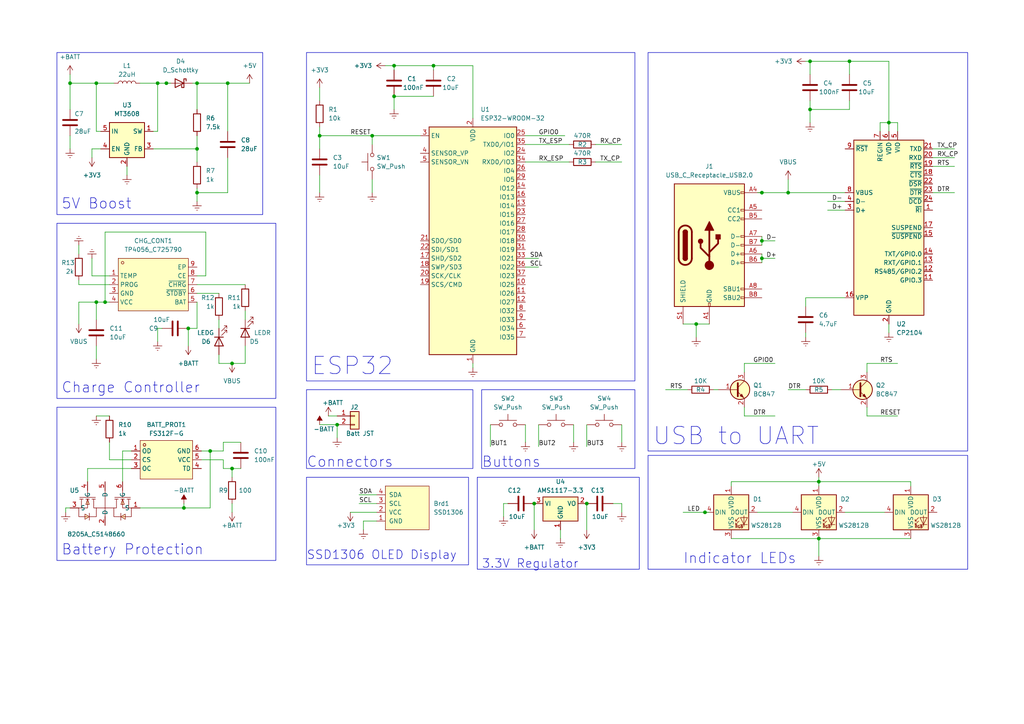
<source format=kicad_sch>
(kicad_sch (version 20230121) (generator eeschema)
  (paper "A4")
  (lib_symbols
    (symbol "Connector:USB_C_Receptacle_USB2.0" (pin_names (offset 1.016))
      (property "Reference" "J" (at -10.16 19.05 0))
      (property "Value" "USB_C_Receptacle_USB2.0" (at 19.05 19.05 0))
      (symbol "USB_C_Receptacle_USB2.0_1_1"
        (pin passive line (at 0 -22.86 90) (length 5.08) (name "GND") (number "A1"))
        (pin passive line (at 0 -22.86 90) (length 5.08) hide (name "GND") (number "A12"))
        (pin passive line (at 15.24 15.24 180) (length 5.08) (name "VBUS") (number "A4"))
        (pin bidirectional line (at 15.24 10.16 180) (length 5.08) (name "CC1") (number "A5"))
        (pin bidirectional line (at 15.24 -2.54 180) (length 5.08) (name "D+") (number "A6"))
        (pin bidirectional line (at 15.24 2.54 180) (length 5.08) (name "D-") (number "A7"))
        (pin bidirectional line (at 15.24 -12.7 180) (length 5.08) (name "SBU1") (number "A8"))
        (pin passive line (at 15.24 15.24 180) (length 5.08) hide (name "VBUS") (number "A9"))
        (pin passive line (at 0 -22.86 90) (length 5.08) hide (name "GND") (number "B1"))
        (pin passive line (at 0 -22.86 90) (length 5.08) hide (name "GND") (number "B12"))
        (pin passive line (at 15.24 15.24 180) (length 5.08) hide (name "VBUS") (number "B4"))
        (pin bidirectional line (at 15.24 7.62 180) (length 5.08) (name "CC2") (number "B5"))
        (pin bidirectional line (at 15.24 -5.08 180) (length 5.08) (name "D+") (number "B6"))
        (pin bidirectional line (at 15.24 0 180) (length 5.08) (name "D-") (number "B7"))
        (pin bidirectional line (at 15.24 -15.24 180) (length 5.08) (name "SBU2") (number "B8"))
        (pin passive line (at 15.24 15.24 180) (length 5.08) hide (name "VBUS") (number "B9"))
        (pin passive line (at -7.62 -22.86 90) (length 5.08) (name "SHIELD") (number "S1"))
      )
    )
    (symbol "Connector_Generic:Conn_01x02" (pin_names (offset 1.016) hide)
      (property "Reference" "J" (at 0 2.54 0))
      (property "Value" "Conn_01x02" (at 0 -5.08 0))
      (symbol "Conn_01x02_1_1"
        (pin passive line (at -5.08 0 0) (length 3.81) (name "Pin_1") (number "1"))
        (pin passive line (at -5.08 -2.54 0) (length 3.81) (name "Pin_2") (number "2"))
      )
    )
    (symbol "Device:C" (pin_numbers hide) (pin_names (offset 0.254))
      (property "Reference" "C" (at 0.635 2.54 0))
      (property "Value" "C" (at 0.635 -2.54 0))
      (symbol "C_1_1"
        (pin passive line (at 0 3.81 270) (length 2.794) (name "~") (number "1"))
        (pin passive line (at 0 -3.81 90) (length 2.794) (name "~") (number "2"))
      )
    )
    (symbol "Device:D_Schottky" (pin_numbers hide) (pin_names (offset 1.016) hide)
      (property "Reference" "D" (at 0 2.54 0))
      (property "Value" "D_Schottky" (at 0 -2.54 0))
      (symbol "D_Schottky_1_1"
        (pin passive line (at -3.81 0 0) (length 2.54) (name "K") (number "1"))
        (pin passive line (at 3.81 0 180) (length 2.54) (name "A") (number "2"))
      )
    )
    (symbol "Device:L" (pin_numbers hide) (pin_names (offset 1.016) hide)
      (property "Reference" "L" (at -1.27 0 90))
      (property "Value" "L" (at 1.905 0 90))
      (symbol "L_1_1"
        (pin passive line (at 0 3.81 270) (length 1.27) (name "1") (number "1"))
        (pin passive line (at 0 -3.81 90) (length 1.27) (name "2") (number "2"))
      )
    )
    (symbol "Device:LED" (pin_numbers hide) (pin_names (offset 1.016) hide)
      (property "Reference" "D" (at 0 2.54 0))
      (property "Value" "LED" (at 0 -2.54 0))
      (symbol "LED_1_1"
        (pin passive line (at -3.81 0 0) (length 2.54) (name "K") (number "1"))
        (pin passive line (at 3.81 0 180) (length 2.54) (name "A") (number "2"))
      )
    )
    (symbol "Device:R" (pin_numbers hide) (pin_names (offset 0))
      (property "Reference" "R" (at 2.032 0 90))
      (property "Value" "R" (at 0 0 90))
      (symbol "R_1_1"
        (pin passive line (at 0 3.81 270) (length 1.27) (name "~") (number "1"))
        (pin passive line (at 0 -3.81 90) (length 1.27) (name "~") (number "2"))
      )
    )
    (symbol "Interface_USB:CP2104"
      (property "Reference" "U" (at -5.08 28.575 0))
      (property "Value" "CP2104" (at -5.08 26.67 0))
      (symbol "CP2104_1_1"
        (pin input line (at 12.7 5.08 180) (length 2.54) (name "~{RI}") (number "1"))
        (pin no_connect line (at 10.16 -20.32 180) (length 2.54) hide (name "NC") (number "10"))
        (pin bidirectional line (at 12.7 -15.24 180) (length 2.54) (name "GPIO.3") (number "11"))
        (pin bidirectional line (at 12.7 -12.7 180) (length 2.54) (name "RS485/GPIO.2") (number "12"))
        (pin bidirectional line (at 12.7 -10.16 180) (length 2.54) (name "RXT/GPIO.1") (number "13"))
        (pin bidirectional line (at 12.7 -7.62 180) (length 2.54) (name "TXT/GPIO.0") (number "14"))
        (pin output line (at 12.7 -2.54 180) (length 2.54) (name "~{SUSPEND}") (number "15"))
        (pin passive line (at -12.7 -20.32 0) (length 2.54) (name "VPP") (number "16"))
        (pin output line (at 12.7 0 180) (length 2.54) (name "SUSPEND") (number "17"))
        (pin input line (at 12.7 15.24 180) (length 2.54) (name "~{CTS}") (number "18"))
        (pin output line (at 12.7 17.78 180) (length 2.54) (name "~{RTS}") (number "19"))
        (pin power_in line (at 0 -27.94 90) (length 2.54) (name "GND") (number "2"))
        (pin input line (at 12.7 20.32 180) (length 2.54) (name "RXD") (number "20"))
        (pin output line (at 12.7 22.86 180) (length 2.54) (name "TXD") (number "21"))
        (pin input line (at 12.7 12.7 180) (length 2.54) (name "~{DSR}") (number "22"))
        (pin output line (at 12.7 10.16 180) (length 2.54) (name "~{DTR}") (number "23"))
        (pin input line (at 12.7 7.62 180) (length 2.54) (name "~{DCD}") (number "24"))
        (pin passive line (at 0 -27.94 90) (length 2.54) hide (name "GND") (number "25"))
        (pin bidirectional line (at -12.7 5.08 0) (length 2.54) (name "D+") (number "3"))
        (pin bidirectional line (at -12.7 7.62 0) (length 2.54) (name "D-") (number "4"))
        (pin power_in line (at 2.54 27.94 270) (length 2.54) (name "VIO") (number "5"))
        (pin power_in line (at 0 27.94 270) (length 2.54) (name "VDD") (number "6"))
        (pin power_in line (at -2.54 27.94 270) (length 2.54) (name "REGIN") (number "7"))
        (pin input line (at -12.7 10.16 0) (length 2.54) (name "VBUS") (number "8"))
        (pin bidirectional line (at -12.7 22.86 0) (length 2.54) (name "~{RST}") (number "9"))
      )
    )
    (symbol "LED:WS2812B" (pin_names (offset 0.254))
      (property "Reference" "D" (at 5.08 5.715 0))
      (property "Value" "WS2812B" (at 1.27 -5.715 0))
      (symbol "WS2812B_0_0"
        (text "RGB" (at 2.286 -4.191 0) (effects (font (size 0.762 0.762))))
      )
      (symbol "WS2812B_1_1"
        (pin power_in line (at 0 7.62 270) (length 2.54) (name "VDD") (number "1"))
        (pin output line (at 7.62 0 180) (length 2.54) (name "DOUT") (number "2"))
        (pin power_in line (at 0 -7.62 90) (length 2.54) (name "VSS") (number "3"))
        (pin input line (at -7.62 0 0) (length 2.54) (name "DIN") (number "4"))
      )
    )
    (symbol "PCM_Transistor_BJT_AKL:BC847" (pin_names hide)
      (property "Reference" "Q" (at 5.08 1.27 0))
      (property "Value" "BC847" (at 5.08 -1.27 0))
      (symbol "BC847_1_1"
        (pin input line (at -5.08 0 0) (length 5.715) (name "B") (number "1"))
        (pin passive line (at 2.54 -5.08 90) (length 2.54) (name "E") (number "2"))
        (pin passive line (at 2.54 5.08 270) (length 2.54) (name "C") (number "3"))
      )
    )
    (symbol "RF_Module:ESP32-WROOM-32"
      (property "Reference" "U" (at -12.7 34.29 0))
      (property "Value" "ESP32-WROOM-32" (at 1.27 34.29 0))
      (symbol "ESP32-WROOM-32_1_1"
        (pin power_in line (at 0 -35.56 90) (length 2.54) (name "GND") (number "1"))
        (pin bidirectional line (at 15.24 -12.7 180) (length 2.54) (name "IO25") (number "10"))
        (pin bidirectional line (at 15.24 -15.24 180) (length 2.54) (name "IO26") (number "11"))
        (pin bidirectional line (at 15.24 -17.78 180) (length 2.54) (name "IO27") (number "12"))
        (pin bidirectional line (at 15.24 10.16 180) (length 2.54) (name "IO14") (number "13"))
        (pin bidirectional line (at 15.24 15.24 180) (length 2.54) (name "IO12") (number "14"))
        (pin passive line (at 0 -35.56 90) (length 2.54) hide (name "GND") (number "15"))
        (pin bidirectional line (at 15.24 12.7 180) (length 2.54) (name "IO13") (number "16"))
        (pin bidirectional line (at -15.24 -5.08 0) (length 2.54) (name "SHD/SD2") (number "17"))
        (pin bidirectional line (at -15.24 -7.62 0) (length 2.54) (name "SWP/SD3") (number "18"))
        (pin bidirectional line (at -15.24 -12.7 0) (length 2.54) (name "SCS/CMD") (number "19"))
        (pin power_in line (at 0 35.56 270) (length 2.54) (name "VDD") (number "2"))
        (pin bidirectional line (at -15.24 -10.16 0) (length 2.54) (name "SCK/CLK") (number "20"))
        (pin bidirectional line (at -15.24 0 0) (length 2.54) (name "SDO/SD0") (number "21"))
        (pin bidirectional line (at -15.24 -2.54 0) (length 2.54) (name "SDI/SD1") (number "22"))
        (pin bidirectional line (at 15.24 7.62 180) (length 2.54) (name "IO15") (number "23"))
        (pin bidirectional line (at 15.24 25.4 180) (length 2.54) (name "IO2") (number "24"))
        (pin bidirectional line (at 15.24 30.48 180) (length 2.54) (name "IO0") (number "25"))
        (pin bidirectional line (at 15.24 20.32 180) (length 2.54) (name "IO4") (number "26"))
        (pin bidirectional line (at 15.24 5.08 180) (length 2.54) (name "IO16") (number "27"))
        (pin bidirectional line (at 15.24 2.54 180) (length 2.54) (name "IO17") (number "28"))
        (pin bidirectional line (at 15.24 17.78 180) (length 2.54) (name "IO5") (number "29"))
        (pin input line (at -15.24 30.48 0) (length 2.54) (name "EN") (number "3"))
        (pin bidirectional line (at 15.24 0 180) (length 2.54) (name "IO18") (number "30"))
        (pin bidirectional line (at 15.24 -2.54 180) (length 2.54) (name "IO19") (number "31"))
        (pin no_connect line (at -12.7 -27.94 0) (length 2.54) hide (name "NC") (number "32"))
        (pin bidirectional line (at 15.24 -5.08 180) (length 2.54) (name "IO21") (number "33"))
        (pin bidirectional line (at 15.24 22.86 180) (length 2.54) (name "RXD0/IO3") (number "34"))
        (pin bidirectional line (at 15.24 27.94 180) (length 2.54) (name "TXD0/IO1") (number "35"))
        (pin bidirectional line (at 15.24 -7.62 180) (length 2.54) (name "IO22") (number "36"))
        (pin bidirectional line (at 15.24 -10.16 180) (length 2.54) (name "IO23") (number "37"))
        (pin passive line (at 0 -35.56 90) (length 2.54) hide (name "GND") (number "38"))
        (pin passive line (at 0 -35.56 90) (length 2.54) hide (name "GND") (number "39"))
        (pin input line (at -15.24 25.4 0) (length 2.54) (name "SENSOR_VP") (number "4"))
        (pin input line (at -15.24 22.86 0) (length 2.54) (name "SENSOR_VN") (number "5"))
        (pin input line (at 15.24 -25.4 180) (length 2.54) (name "IO34") (number "6"))
        (pin input line (at 15.24 -27.94 180) (length 2.54) (name "IO35") (number "7"))
        (pin bidirectional line (at 15.24 -20.32 180) (length 2.54) (name "IO32") (number "8"))
        (pin bidirectional line (at 15.24 -22.86 180) (length 2.54) (name "IO33") (number "9"))
      )
    )
    (symbol "Regulator_Linear:AMS1117-3.3"
      (property "Reference" "U" (at -3.81 3.175 0))
      (property "Value" "AMS1117-3.3" (at 0 3.175 0))
      (symbol "AMS1117-3.3_1_1"
        (pin power_in line (at 0 -7.62 90) (length 2.54) (name "GND") (number "1"))
        (pin power_out line (at 7.62 0 180) (length 2.54) (name "VO") (number "2"))
        (pin power_in line (at -7.62 0 0) (length 2.54) (name "VI") (number "3"))
      )
    )
    (symbol "Regulator_Switching:MT3608"
      (property "Reference" "U" (at -2.54 8.89 0))
      (property "Value" "MT3608" (at -3.81 6.35 0))
      (symbol "MT3608_1_1"
        (pin passive line (at 7.62 2.54 180) (length 2.54) (name "SW") (number "1"))
        (pin power_in line (at 0 -7.62 90) (length 2.54) (name "GND") (number "2"))
        (pin input line (at 7.62 -2.54 180) (length 2.54) (name "FB") (number "3"))
        (pin input line (at -7.62 -2.54 0) (length 2.54) (name "EN") (number "4"))
        (pin power_in line (at -7.62 2.54 0) (length 2.54) (name "IN") (number "5"))
        (pin no_connect line (at 5.08 0 180) (length 2.54) hide (name "NC") (number "6"))
      )
    )
    (symbol "SSD1306-128x64_OLED:SSD1306" (pin_names (offset 1.016))
      (property "Reference" "Brd" (at 0 -3.81 0))
      (property "Value" "SSD1306" (at 0 -1.27 0))
      (symbol "SSD1306_1_1"
        (pin input line (at -3.81 8.89 270) (length 2.54) (name "GND") (number "1"))
        (pin input line (at -1.27 8.89 270) (length 2.54) (name "VCC") (number "2"))
        (pin input line (at 1.27 8.89 270) (length 2.54) (name "SCL") (number "3"))
        (pin input line (at 3.81 8.89 270) (length 2.54) (name "SDA") (number "4"))
      )
    )
    (symbol "Switch:SW_Push" (pin_numbers hide) (pin_names (offset 1.016) hide)
      (property "Reference" "SW" (at 1.27 2.54 0))
      (property "Value" "SW_Push" (at 0 -1.524 0))
      (symbol "SW_Push_0_1"
        (pin passive line (at -5.08 0 0) (length 2.54) (name "1") (number "1"))
        (pin passive line (at 5.08 0 180) (length 2.54) (name "2") (number "2"))
      )
    )
    (symbol "easyeda2kicad:8205A_C5148660"
      (property "Reference" "U" (at 0 12.7 0))
      (property "Value" "8205A_C5148660" (at 0 -10.16 0))
      (symbol "8205A_C5148660_0_1"
        (pin unspecified line (at -10.16 0 0) (length 2.54) (name "S") (number "1"))
        (pin unspecified line (at 0 -5.08 90) (length 2.54) (name "D") (number "2"))
        (pin unspecified line (at 10.16 0 180) (length 2.54) (name "S") (number "3"))
        (pin unspecified line (at 5.08 7.62 270) (length 2.54) (name "G") (number "4"))
        (pin unspecified line (at 0 7.62 270) (length 2.54) (name "D") (number "5"))
        (pin unspecified line (at -5.08 7.62 270) (length 2.54) (name "G") (number "6"))
      )
    )
    (symbol "easyeda2kicad:FS312F-G"
      (property "Reference" "U" (at 0 7.62 0))
      (property "Value" "FS312F-G" (at 0 -7.62 0))
      (symbol "FS312F-G_0_1"
        (pin unspecified line (at -10.16 2.54 0) (length 2.54) (name "OD") (number "1"))
        (pin unspecified line (at -10.16 0 0) (length 2.54) (name "CS") (number "2"))
        (pin unspecified line (at -10.16 -2.54 0) (length 2.54) (name "OC") (number "3"))
        (pin unspecified line (at 10.16 -2.54 180) (length 2.54) (name "TD") (number "4"))
        (pin unspecified line (at 10.16 0 180) (length 2.54) (name "VCC") (number "5"))
        (pin unspecified line (at 10.16 2.54 180) (length 2.54) (name "GND") (number "6"))
      )
    )
    (symbol "easyeda2kicad:TP4056_C725790"
      (property "Reference" "CHG_CONT" (at 0 10.16 0))
      (property "Value" "TP4056_C725790" (at 0 -10.16 0))
      (symbol "TP4056_C725790_0_1"
        (pin unspecified line (at 12.7 5.08 180) (length 2.54) (name "EP") (number "9"))
      )
      (symbol "TP4056_C725790_1_1"
        (pin input line (at -12.7 2.54 0) (length 2.54) (name "TEMP") (number "1"))
        (pin input line (at -12.7 0 0) (length 2.54) (name "PROG") (number "2"))
        (pin passive line (at -12.7 -2.54 0) (length 2.54) (name "GND") (number "3"))
        (pin power_out line (at -12.7 -5.08 0) (length 2.54) (name "VCC") (number "4"))
        (pin power_in line (at 12.7 -5.08 180) (length 2.54) (name "BAT") (number "5"))
        (pin output line (at 12.7 -2.54 180) (length 2.54) (name "~{STDBY}") (number "6"))
        (pin output line (at 12.7 0 180) (length 2.54) (name "~{CHRG}") (number "7"))
        (pin input line (at 12.7 2.54 180) (length 2.54) (name "CE") (number "8"))
      )
    )
    (symbol "power:+3V3" (power) (pin_names (offset 0))
      (property "Value" "+3V3" (at 0 3.556 0))
      (symbol "+3V3_1_1"
        (pin power_in line (at 0 0 90) (length 0) hide (name "+3V3") (number "1"))
      )
    )
    (symbol "power:+5V" (power) (pin_names (offset 0))
      (property "Value" "+5V" (at 0 3.556 0))
      (symbol "+5V_1_1"
        (pin power_in line (at 0 0 90) (length 0) hide (name "+5V") (number "1"))
      )
    )
    (symbol "power:+BATT" (power) (pin_names (offset 0))
      (property "Value" "+BATT" (at 0 3.556 0))
      (symbol "+BATT_1_1"
        (pin power_in line (at 0 0 90) (length 0) hide (name "+BATT") (number "1"))
      )
    )
    (symbol "power:-BATT" (power) (pin_names (offset 0))
      (property "Value" "-BATT" (at 0 3.556 0))
      (symbol "-BATT_1_1"
        (pin power_in line (at 0 0 90) (length 0) hide (name "-BATT") (number "1"))
      )
    )
    (symbol "power:GNDREF" (power) (pin_names (offset 0))
      (property "Value" "GNDREF" (at 0 -3.81 0))
      (symbol "GNDREF_1_1"
        (pin power_in line (at 0 0 270) (length 0) hide (name "GNDREF") (number "1"))
      )
    )
    (symbol "power:VBUS" (power) (pin_names (offset 0))
      (property "Value" "VBUS" (at 0 3.81 0))
      (symbol "VBUS_1_1"
        (pin power_in line (at 0 0 90) (length 0) hide (name "VBUS") (number "1"))
      )
    )
  )
  (junction (at 114.3 19.05))
  (junction (at 257.81 35.56))
  (junction (at 97.79 123.19))
  (junction (at 228.6 55.88))
  (junction (at 114.3 27.94))
  (junction (at 220.98 69.85))
  (junction (at 107.95 39.37))
  (junction (at 154.94 146.05))
  (junction (at 60.96 130.81))
  (junction (at 246.38 17.78))
  (junction (at 67.31 135.89))
  (junction (at 27.94 87.63))
  (junction (at 234.95 31.75))
  (junction (at 45.72 24.13))
  (junction (at 170.18 146.05))
  (junction (at 57.15 24.13))
  (junction (at 27.94 24.13))
  (junction (at 220.98 74.93))
  (junction (at 57.15 43.18))
  (junction (at 67.31 105.41))
  (junction (at 201.93 93.98))
  (junction (at 30.48 87.63))
  (junction (at 66.04 24.13))
  (junction (at 48.26 24.13))
  (junction (at 53.34 147.32))
  (junction (at 57.15 55.88))
  (junction (at 237.49 156.21))
  (junction (at 234.95 17.78))
  (junction (at 125.73 19.05))
  (junction (at 92.71 39.37))
  (junction (at 220.98 55.88))
  (junction (at 204.47 148.59))
  (junction (at 20.32 24.13))
  (junction (at 237.49 139.7))
  (junction (at 54.61 95.25))
  (wire (pts (xy 251.46 107.95) (xy 251.46 105.41)))
  (wire (pts (xy 67.31 146.05) (xy 67.31 148.59)))
  (wire (pts (xy 22.86 71.12) (xy 22.86 73.66)))
  (wire (pts (xy 31.75 80.01) (xy 26.67 80.01)))
  (wire (pts (xy 67.31 135.89) (xy 69.85 135.89)))
  (wire (pts (xy 152.4 41.91) (xy 165.1 41.91)))
  (wire (pts (xy 233.68 86.36) (xy 245.11 86.36)))
  (wire (pts (xy 22.86 87.63) (xy 27.94 87.63)))
  (wire (pts (xy 233.68 88.9) (xy 233.68 86.36)))
  (wire (pts (xy 57.15 55.88) (xy 57.15 58.42)))
  (wire (pts (xy 270.51 45.72) (xy 276.86 45.72)))
  (wire (pts (xy 237.49 138.43) (xy 237.49 139.7)))
  (wire (pts (xy 20.32 24.13) (xy 27.94 24.13)))
  (wire (pts (xy 255.27 35.56) (xy 255.27 38.1)))
  (wire (pts (xy 166.37 123.19) (xy 166.37 128.27)))
  (wire (pts (xy 114.3 19.05) (xy 114.3 20.32)))
  (wire (pts (xy 60.96 147.32) (xy 60.96 130.81)))
  (wire (pts (xy 35.56 139.7) (xy 35.56 130.81)))
  (wire (pts (xy 152.4 123.19) (xy 152.4 128.27)))
  (wire (pts (xy 111.76 19.05) (xy 114.3 19.05)))
  (wire (pts (xy 215.9 105.41) (xy 215.9 107.95)))
  (wire (pts (xy 237.49 139.7) (xy 212.09 139.7)))
  (wire (pts (xy 233.68 17.78) (xy 234.95 17.78)))
  (wire (pts (xy 22.86 93.98) (xy 22.86 87.63)))
  (wire (pts (xy 71.12 90.17) (xy 71.12 92.71)))
  (wire (pts (xy 40.64 147.32) (xy 53.34 147.32)))
  (wire (pts (xy 234.95 29.21) (xy 234.95 31.75)))
  (wire (pts (xy 201.93 93.98) (xy 205.74 93.98)))
  (wire (pts (xy 95.25 120.65) (xy 97.79 120.65)))
  (wire (pts (xy 67.31 105.41) (xy 63.5 105.41)))
  (wire (pts (xy 31.75 82.55) (xy 22.86 82.55)))
  (wire (pts (xy 228.6 55.88) (xy 245.11 55.88)))
  (wire (pts (xy 44.45 38.1) (xy 45.72 38.1)))
  (wire (pts (xy 180.34 146.05) (xy 177.8 146.05)))
  (wire (pts (xy 246.38 31.75) (xy 234.95 31.75)))
  (wire (pts (xy 64.77 133.35) (xy 64.77 135.89)))
  (wire (pts (xy 63.5 92.71) (xy 63.5 95.25)))
  (wire (pts (xy 180.34 148.59) (xy 180.34 146.05)))
  (wire (pts (xy 22.86 82.55) (xy 22.86 81.28)))
  (wire (pts (xy 172.72 46.99) (xy 180.34 46.99)))
  (wire (pts (xy 107.95 39.37) (xy 107.95 41.91)))
  (wire (pts (xy 107.95 52.07) (xy 107.95 55.88)))
  (wire (pts (xy 20.32 39.37) (xy 20.32 43.18)))
  (wire (pts (xy 246.38 21.59) (xy 246.38 17.78)))
  (wire (pts (xy 45.72 24.13) (xy 48.26 24.13)))
  (wire (pts (xy 92.71 39.37) (xy 92.71 43.18)))
  (wire (pts (xy 251.46 105.41) (xy 260.35 105.41)))
  (wire (pts (xy 234.95 17.78) (xy 234.95 21.59)))
  (wire (pts (xy 27.94 120.65) (xy 31.75 120.65)))
  (wire (pts (xy 257.81 35.56) (xy 255.27 35.56)))
  (wire (pts (xy 152.4 77.47) (xy 156.21 77.47)))
  (wire (pts (xy 57.15 80.01) (xy 59.69 80.01)))
  (wire (pts (xy 46.99 95.25) (xy 45.72 95.25)))
  (wire (pts (xy 146.05 149.86) (xy 146.05 146.05)))
  (wire (pts (xy 20.32 147.32) (xy 19.05 147.32)))
  (wire (pts (xy 44.45 43.18) (xy 57.15 43.18)))
  (wire (pts (xy 125.73 19.05) (xy 114.3 19.05)))
  (wire (pts (xy 20.32 21.59) (xy 20.32 24.13)))
  (wire (pts (xy 152.4 74.93) (xy 156.21 74.93)))
  (wire (pts (xy 92.71 50.8) (xy 92.71 55.88)))
  (wire (pts (xy 219.71 55.88) (xy 220.98 55.88)))
  (wire (pts (xy 220.98 73.66) (xy 220.98 74.93)))
  (wire (pts (xy 71.12 100.33) (xy 71.12 105.41)))
  (wire (pts (xy 137.16 105.41) (xy 137.16 106.68)))
  (wire (pts (xy 246.38 29.21) (xy 246.38 31.75)))
  (wire (pts (xy 270.51 55.88) (xy 276.86 55.88)))
  (wire (pts (xy 66.04 38.1) (xy 66.04 24.13)))
  (wire (pts (xy 220.98 55.88) (xy 228.6 55.88)))
  (wire (pts (xy 92.71 123.19) (xy 97.79 123.19)))
  (wire (pts (xy 270.51 43.18) (xy 276.86 43.18)))
  (wire (pts (xy 114.3 27.94) (xy 114.3 31.75)))
  (wire (pts (xy 125.73 20.32) (xy 125.73 19.05)))
  (wire (pts (xy 220.98 68.58) (xy 220.98 69.85)))
  (wire (pts (xy 40.64 24.13) (xy 45.72 24.13)))
  (wire (pts (xy 246.38 17.78) (xy 234.95 17.78)))
  (wire (pts (xy 104.14 146.05) (xy 109.22 146.05)))
  (wire (pts (xy 198.12 93.98) (xy 201.93 93.98)))
  (wire (pts (xy 170.18 146.05) (xy 170.18 153.67)))
  (wire (pts (xy 26.67 43.18) (xy 26.67 45.72)))
  (wire (pts (xy 66.04 24.13) (xy 57.15 24.13)))
  (wire (pts (xy 25.4 135.89) (xy 38.1 135.89)))
  (wire (pts (xy 26.67 80.01) (xy 26.67 74.93)))
  (wire (pts (xy 57.15 82.55) (xy 71.12 82.55)))
  (wire (pts (xy 257.81 35.56) (xy 257.81 38.1)))
  (wire (pts (xy 30.48 87.63) (xy 31.75 87.63)))
  (wire (pts (xy 53.34 147.32) (xy 60.96 147.32)))
  (wire (pts (xy 101.6 148.59) (xy 109.22 148.59)))
  (wire (pts (xy 237.49 156.21) (xy 237.49 161.29)))
  (wire (pts (xy 251.46 118.11) (xy 251.46 120.65)))
  (wire (pts (xy 270.51 48.26) (xy 276.86 48.26)))
  (wire (pts (xy 92.71 25.4) (xy 92.71 29.21)))
  (wire (pts (xy 59.69 80.01) (xy 59.69 67.31)))
  (wire (pts (xy 228.6 52.07) (xy 228.6 55.88)))
  (wire (pts (xy 260.35 35.56) (xy 260.35 38.1)))
  (wire (pts (xy 146.05 146.05) (xy 147.32 146.05)))
  (wire (pts (xy 66.04 24.13) (xy 72.39 24.13)))
  (wire (pts (xy 27.94 24.13) (xy 33.02 24.13)))
  (wire (pts (xy 64.77 135.89) (xy 67.31 135.89)))
  (wire (pts (xy 180.34 123.19) (xy 180.34 128.27)))
  (wire (pts (xy 29.21 38.1) (xy 27.94 38.1)))
  (wire (pts (xy 170.18 123.19) (xy 170.18 129.54)))
  (wire (pts (xy 162.56 153.67) (xy 162.56 156.21)))
  (wire (pts (xy 234.95 31.75) (xy 234.95 35.56)))
  (wire (pts (xy 71.12 105.41) (xy 67.31 105.41)))
  (wire (pts (xy 20.32 31.75) (xy 20.32 24.13)))
  (wire (pts (xy 240.03 60.96) (xy 245.11 60.96)))
  (wire (pts (xy 30.48 67.31) (xy 30.48 87.63)))
  (wire (pts (xy 240.03 58.42) (xy 245.11 58.42)))
  (wire (pts (xy 205.74 148.59) (xy 204.47 148.59)))
  (wire (pts (xy 125.73 27.94) (xy 114.3 27.94)))
  (wire (pts (xy 27.94 100.33) (xy 27.94 104.14)))
  (wire (pts (xy 152.4 39.37) (xy 163.83 39.37)))
  (wire (pts (xy 35.56 130.81) (xy 38.1 130.81)))
  (wire (pts (xy 257.81 17.78) (xy 257.81 35.56)))
  (wire (pts (xy 193.04 113.03) (xy 199.39 113.03)))
  (wire (pts (xy 219.71 148.59) (xy 229.87 148.59)))
  (wire (pts (xy 212.09 156.21) (xy 237.49 156.21)))
  (wire (pts (xy 60.96 130.81) (xy 64.77 130.81)))
  (wire (pts (xy 92.71 39.37) (xy 107.95 39.37)))
  (wire (pts (xy 125.73 19.05) (xy 137.16 19.05)))
  (wire (pts (xy 220.98 69.85) (xy 224.79 69.85)))
  (wire (pts (xy 64.77 128.27) (xy 69.85 128.27)))
  (wire (pts (xy 257.81 35.56) (xy 260.35 35.56)))
  (wire (pts (xy 64.77 130.81) (xy 64.77 128.27)))
  (wire (pts (xy 241.3 113.03) (xy 243.84 113.03)))
  (wire (pts (xy 264.16 139.7) (xy 264.16 140.97)))
  (wire (pts (xy 57.15 95.25) (xy 54.61 95.25)))
  (wire (pts (xy 198.12 148.59) (xy 204.47 148.59)))
  (wire (pts (xy 228.6 113.03) (xy 233.68 113.03)))
  (wire (pts (xy 137.16 19.05) (xy 137.16 34.29)))
  (wire (pts (xy 97.79 123.19) (xy 97.79 127)))
  (wire (pts (xy 54.61 95.25) (xy 54.61 100.33)))
  (wire (pts (xy 45.72 95.25) (xy 45.72 99.06)))
  (wire (pts (xy 53.34 146.05) (xy 53.34 147.32)))
  (wire (pts (xy 212.09 139.7) (xy 212.09 140.97)))
  (wire (pts (xy 59.69 67.31) (xy 30.48 67.31)))
  (wire (pts (xy 264.16 139.7) (xy 237.49 139.7)))
  (wire (pts (xy 105.41 151.13) (xy 105.41 153.67)))
  (wire (pts (xy 251.46 120.65) (xy 260.35 120.65)))
  (wire (pts (xy 152.4 46.99) (xy 165.1 46.99)))
  (wire (pts (xy 63.5 105.41) (xy 63.5 102.87)))
  (wire (pts (xy 207.01 113.03) (xy 208.28 113.03)))
  (wire (pts (xy 29.21 43.18) (xy 26.67 43.18)))
  (wire (pts (xy 66.04 55.88) (xy 57.15 55.88)))
  (wire (pts (xy 67.31 135.89) (xy 67.31 138.43)))
  (wire (pts (xy 156.21 123.19) (xy 156.21 129.54)))
  (wire (pts (xy 27.94 87.63) (xy 27.94 92.71)))
  (wire (pts (xy 55.88 24.13) (xy 57.15 24.13)))
  (wire (pts (xy 246.38 17.78) (xy 257.81 17.78)))
  (wire (pts (xy 215.9 120.65) (xy 224.79 120.65)))
  (wire (pts (xy 215.9 118.11) (xy 215.9 120.65)))
  (wire (pts (xy 220.98 69.85) (xy 220.98 71.12)))
  (wire (pts (xy 220.98 74.93) (xy 224.79 74.93)))
  (wire (pts (xy 27.94 38.1) (xy 27.94 24.13)))
  (wire (pts (xy 245.11 148.59) (xy 256.54 148.59)))
  (wire (pts (xy 172.72 41.91) (xy 180.34 41.91)))
  (wire (pts (xy 57.15 43.18) (xy 57.15 46.99)))
  (wire (pts (xy 36.83 48.26) (xy 36.83 50.8)))
  (wire (pts (xy 237.49 156.21) (xy 264.16 156.21)))
  (wire (pts (xy 25.4 139.7) (xy 25.4 135.89)))
  (wire (pts (xy 92.71 36.83) (xy 92.71 39.37)))
  (wire (pts (xy 57.15 24.13) (xy 57.15 31.75)))
  (wire (pts (xy 19.05 147.32) (xy 19.05 148.59)))
  (wire (pts (xy 233.68 96.52) (xy 233.68 97.79)))
  (wire (pts (xy 27.94 87.63) (xy 30.48 87.63)))
  (wire (pts (xy 38.1 133.35) (xy 31.75 133.35)))
  (wire (pts (xy 109.22 151.13) (xy 105.41 151.13)))
  (wire (pts (xy 57.15 39.37) (xy 57.15 43.18)))
  (wire (pts (xy 237.49 139.7) (xy 237.49 140.97)))
  (wire (pts (xy 224.79 105.41) (xy 215.9 105.41)))
  (wire (pts (xy 66.04 45.72) (xy 66.04 55.88)))
  (wire (pts (xy 45.72 38.1) (xy 45.72 24.13)))
  (wire (pts (xy 107.95 39.37) (xy 121.92 39.37)))
  (wire (pts (xy 57.15 85.09) (xy 63.5 85.09)))
  (wire (pts (xy 104.14 143.51) (xy 109.22 143.51)))
  (wire (pts (xy 220.98 74.93) (xy 220.98 76.2)))
  (wire (pts (xy 57.15 54.61) (xy 57.15 55.88)))
  (wire (pts (xy 57.15 87.63) (xy 57.15 95.25)))
  (wire (pts (xy 58.42 130.81) (xy 60.96 130.81)))
  (wire (pts (xy 201.93 93.98) (xy 201.93 97.79)))
  (wire (pts (xy 142.24 123.19) (xy 142.24 129.54)))
  (wire (pts (xy 58.42 133.35) (xy 64.77 133.35)))
  (wire (pts (xy 257.81 93.98) (xy 257.81 96.52)))
  (wire (pts (xy 154.94 146.05) (xy 154.94 153.67)))
  (wire (pts (xy 48.26 24.13) (xy 49.53 24.13)))
  (wire (pts (xy 31.75 133.35) (xy 31.75 128.27)))
  (rectangle (start 187.96 15.24) (end 280.67 130.81))
  (rectangle (start 139.7 113.03) (end 184.15 135.89))
  (rectangle (start 138.43 138.43) (end 185.42 165.1))
  (rectangle (start 187.96 132.08) (end 280.67 165.1))
  (rectangle (start 88.9 138.43) (end 135.89 163.83))
  (rectangle (start 16.51 15.24) (end 76.2 62.23))
  (rectangle (start 88.9 113.03) (end 137.16 135.89))
  (rectangle (start 16.51 64.77) (end 80.01 115.57))
  (rectangle (start 16.51 118.11) (end 80.01 162.56))
  (rectangle (start 88.9 15.24) (end 184.15 110.49))
  (text "Buttons" (at 139.7 135.89 0) (effects (font (size 3 3)) (justify left bottom)))
  (text "Charge Controller" (at 17.78 114.3 0) (effects (font (size 3 3)) (justify left bottom)))
  (text "USB to UART" (at 189.23 129.54 0) (effects (font (size 5 5)) (justify left bottom)))
  (text "Indicator LEDs" (at 198.12 163.83 0) (effects (font (size 3 3)) (justify left bottom)))
  (text "ESP32" (at 90.17 109.22 0) (effects (font (size 5 5)) (justify left bottom)))
  (text "3.3V Regulator" (at 139.7 165.1 0) (effects (font (size 2.5 2.5)) (justify left bottom)))
  (text "5V Boost" (at 17.78 60.96 0) (effects (font (size 3 3)) (justify left bottom)))
  (text "Battery Protection" (at 17.78 161.29 0) (effects (font (size 3 3)) (justify left bottom)))
  (text "SSD1306 OLED Display\n" (at 88.9 162.56 0) (effects (font (size 2.5 2.5)) (justify left bottom)))
  (text "Connectors" (at 88.9 135.89 0) (effects (font (size 3 3)) (justify left bottom)))
  (label "TX_CP" (at 271.78 43.18 0))
  (label "BUT3" (at 170.18 129.54 0))
  (label "RESET" (at 101.6 39.37 0))
  (label "RTS" (at 271.78 48.26 0))
  (label "D-" (at 222.25 69.85 0))
  (label "D+" (at 241.3 60.96 0))
  (label "TX_CP" (at 173.99 46.99 0))
  (label "BUT1" (at 142.24 129.54 0))
  (label "SDA" (at 104.14 143.51 0))
  (label "SDA" (at 153.67 74.93 0))
  (label "RX_CP" (at 271.78 45.72 0))
  (label "TX_ESP" (at 156.21 41.91 0))
  (label "DTR" (at 271.78 55.88 0))
  (label "SCL" (at 153.67 77.47 0))
  (label "GPIO0" (at 156.21 39.37 0))
  (label "BUT2" (at 156.21 129.54 0))
  (label "GPIO0" (at 218.44 105.41 0))
  (label "LED" (at 199.39 148.59 0))
  (label "D-" (at 241.3 58.42 0))
  (label "SCL" (at 104.14 146.05 0))
  (label "DTR" (at 228.6 113.03 0))
  (label "RX_CP" (at 173.99 41.91 0))
  (label "RX_ESP" (at 156.21 46.99 0))
  (label "D+" (at 222.25 74.93 0))
  (label "RESET" (at 255.27 120.65 0))
  (label "RTS" (at 194.31 113.03 0))
  (label "RTS" (at 255.27 105.41 0))
  (label "DTR" (at 218.44 120.65 0))
  (symbol (lib_id "Switch:SW_Push") (at 107.95 46.99 90) (unit 1)
    (property "Reference" "SW1" (at 109.22 45.72 90) (effects (justify right)))
    (property "Value" "SW_Push" (at 109.22 48.26 90) (effects (justify right)))
    (property "Footprint" "Button_Switch_SMD:SW_SPST_TL3305B" (effects hide))
  )
  (symbol (lib_id "power:+3V3") (at 233.68 17.78 90) (unit 1)
    (property "Reference" "#PWR06" (effects hide))
    (property "Value" "+3V3" (at 229.87 17.78 90) (effects (justify left)))
  )
  (symbol (lib_id "Device:C") (at 66.04 41.91 0) (unit 1)
    (property "Reference" "C8" (at 69.85 40.64 0) (effects (justify left)))
    (property "Value" "28uF" (at 69.85 43.18 0) (effects (justify left)))
    (property "Footprint" "Capacitor_SMD:C_0805_2012Metric" (effects hide))
  )
  (symbol (lib_id "Device:C") (at 27.94 96.52 0) (unit 1)
    (property "Reference" "C11" (at 31.75 95.25 0) (effects (justify left)))
    (property "Value" "10uF" (at 31.75 97.79 0) (effects (justify left)))
    (property "Footprint" "Capacitor_SMD:C_0805_2012Metric" (effects hide))
  )
  (symbol (lib_id "power:GNDREF") (at 57.15 58.42 0) (unit 1)
    (property "Reference" "#PWR017" (effects hide))
    (property "Value" "GNDREF" (effects hide))
  )
  (symbol (lib_id "Switch:SW_Push") (at 161.29 123.19 0) (unit 1)
    (property "Reference" "SW3" (at 161.29 115.57 0))
    (property "Value" "SW_Push" (at 161.29 118.11 0))
    (property "Footprint" "Button_Switch_THT:SW_PUSH-12mm" (effects hide))
  )
  (symbol (lib_id "power:GNDREF") (at 45.72 99.06 0) (unit 1)
    (property "Reference" "#PWR039" (effects hide))
    (property "Value" "GNDREF" (effects hide))
  )
  (symbol (lib_id "Device:C") (at 69.85 132.08 0) (unit 1)
    (property "Reference" "C10" (at 73.66 130.81 0) (effects (justify left)))
    (property "Value" "100nF" (at 73.66 133.35 0) (effects (justify left)))
    (property "Footprint" "Capacitor_SMD:C_0805_2012Metric" (effects hide))
  )
  (symbol (lib_id "LED:WS2812B") (at 264.16 148.59 0) (unit 1)
    (property "Reference" "D3" (at 271.78 144.78 0))
    (property "Value" "WS2812B" (at 274.32 152.4 0))
    (property "Footprint" "LED_SMD:LED_WS2812B_PLCC4_5.0x5.0mm_P3.2mm" (effects hide))
    (property "Datasheet" "https://cdn-shop.adafruit.com/datasheets/WS2812B.pdf" (effects hide))
  )
  (symbol (lib_id "LED:WS2812B") (at 237.49 148.59 0) (unit 1)
    (property "Reference" "D2" (at 245.11 144.78 0))
    (property "Value" "WS2812B" (at 247.65 152.4 0))
    (property "Footprint" "LED_SMD:LED_WS2812B_PLCC4_5.0x5.0mm_P3.2mm" (effects hide))
    (property "Datasheet" "https://cdn-shop.adafruit.com/datasheets/WS2812B.pdf" (effects hide))
  )
  (symbol (lib_id "power:GNDREF") (at 234.95 35.56 0) (unit 1)
    (property "Reference" "#PWR07" (effects hide))
    (property "Value" "GNDREF" (effects hide))
  )
  (symbol (lib_id "easyeda2kicad:TP4056_C725790") (at 44.45 82.55 0) (unit 1)
    (property "Reference" "CHG_CONT1" (at 44.45 69.85 0))
    (property "Value" "TP4056_C725790" (at 44.45 72.39 0))
    (property "Footprint" "easyeda2kicad:ESOP-8_L4.9-W3.9-P1.27-LS6.0-BL-EP" (effects hide))
    (property "Datasheet" "https://lcsc.com/product-detail/PMIC-Battery-Management_UMW-Youtai-Semiconductor-Co-Ltd-TP4056_C725790.html" (effects hide))
    (property "LCSC Part" "C725790" (effects hide))
  )
  (symbol (lib_id "power:+BATT") (at 54.61 100.33 180) (unit 1)
    (property "Reference" "#PWR038" (effects hide))
    (property "Value" "+BATT" (at 54.61 105.41 0))
  )
  (symbol (lib_id "Device:R") (at 237.49 113.03 90) (unit 1)
    (property "Reference" "R5" (at 237.49 113.03 90))
    (property "Value" "10K" (at 237.49 110.49 90))
    (property "Footprint" "PCM_Resistor_SMD_AKL:R_0805_2012Metric" (effects hide))
  )
  (symbol (lib_id "Device:R") (at 57.15 50.8 0) (unit 1)
    (property "Reference" "R7" (at 59.69 49.53 0) (effects (justify left)))
    (property "Value" "1k" (at 59.69 52.07 0) (effects (justify left)))
    (property "Footprint" "PCM_Resistor_SMD_AKL:R_0805_2012Metric" (effects hide))
  )
  (symbol (lib_id "Switch:SW_Push") (at 175.26 123.19 0) (unit 1)
    (property "Reference" "SW4" (at 175.26 115.57 0))
    (property "Value" "SW_Push" (at 175.26 118.11 0))
    (property "Footprint" "Button_Switch_THT:SW_PUSH-12mm" (effects hide))
  )
  (symbol (lib_id "power:+3V3") (at 26.67 45.72 180) (unit 1)
    (property "Reference" "#PWR019" (effects hide))
    (property "Value" "+3V3" (at 26.67 50.8 0))
  )
  (symbol (lib_id "power:GNDREF") (at 107.95 55.88 0) (unit 1)
    (property "Reference" "#PWR03" (effects hide))
    (property "Value" "GNDREF" (effects hide))
  )
  (symbol (lib_id "Regulator_Switching:MT3608") (at 36.83 40.64 0) (unit 1)
    (property "Reference" "U3" (at 36.83 30.48 0))
    (property "Value" "MT3608" (at 36.83 33.02 0))
    (property "Footprint" "Package_TO_SOT_SMD:SOT-23-6" (effects hide))
    (property "Datasheet" "https://www.olimex.com/Products/Breadboarding/BB-PWR-3608/resources/MT3608.pdf" (effects hide))
  )
  (symbol (lib_id "Device:C") (at 20.32 35.56 0) (unit 1)
    (property "Reference" "C7" (at 21.59 33.02 0) (effects (justify left)))
    (property "Value" "28uF" (at 21.59 38.1 0) (effects (justify left)))
    (property "Footprint" "Capacitor_SMD:C_0805_2012Metric" (effects hide))
  )
  (symbol (lib_id "Device:L") (at 36.83 24.13 90) (unit 1)
    (property "Reference" "L1" (at 36.83 19.05 90))
    (property "Value" "22uH" (at 36.83 21.59 90))
    (property "Footprint" "PCM_Resistor_SMD_AKL:R_0805_2012Metric" (effects hide))
  )
  (symbol (lib_id "power:GNDREF") (at 97.79 127 0) (unit 1)
    (property "Reference" "#PWR022" (effects hide))
    (property "Value" "GNDREF" (effects hide))
  )
  (symbol (lib_id "power:GNDREF") (at 27.94 104.14 0) (unit 1)
    (property "Reference" "#PWR035" (effects hide))
    (property "Value" "GNDREF" (effects hide))
  )
  (symbol (lib_id "Device:R") (at 71.12 86.36 0) (mirror y) (unit 1)
    (property "Reference" "R11" (at 69.85 86.36 0) (effects (justify left)))
    (property "Value" "1k" (at 69.85 88.9 0) (effects (justify left)))
    (property "Footprint" "PCM_Resistor_SMD_AKL:R_0805_2012Metric" (effects hide))
  )
  (symbol (lib_id "Device:R") (at 57.15 35.56 0) (unit 1)
    (property "Reference" "R6" (at 59.69 34.29 0) (effects (justify left)))
    (property "Value" "7.5k" (at 59.69 36.83 0) (effects (justify left)))
    (property "Footprint" "PCM_Resistor_SMD_AKL:R_0805_2012Metric" (effects hide))
  )
  (symbol (lib_id "easyeda2kicad:FS312F-G") (at 48.26 133.35 0) (unit 1)
    (property "Reference" "BATT_PROT1" (at 48.26 123.19 0))
    (property "Value" "FS312F-G" (at 48.26 125.73 0))
    (property "Footprint" "easyeda2kicad:SOT-23-6_L2.9-W1.6-P0.95-LS2.8-BR" (effects hide))
    (property "Datasheet" "https://lcsc.com/product-detail/Battery-Protection-ICs_FS312F-G_C82736.html" (effects hide))
    (property "LCSC Part" "C82736" (effects hide))
  )
  (symbol (lib_id "power:+3V3") (at 111.76 19.05 90) (unit 1)
    (property "Reference" "#PWR01" (effects hide))
    (property "Value" "+3V3" (at 107.95 19.05 90) (effects (justify left)))
  )
  (symbol (lib_id "PCM_Transistor_BJT_AKL:BC847") (at 248.92 113.03 0) (unit 1)
    (property "Reference" "Q2" (at 254 111.76 0) (effects (justify left)))
    (property "Value" "BC847" (at 254 114.3 0) (effects (justify left)))
    (property "Footprint" "Package_TO_SOT_SMD:SOT-23" (effects hide))
    (property "Datasheet" "https://assets.nexperia.com/documents/data-sheet/BC847_SER.pdf" (effects hide))
  )
  (symbol (lib_id "power:GNDREF") (at 137.16 106.68 0) (unit 1)
    (property "Reference" "#PWR012" (effects hide))
    (property "Value" "GNDREF" (effects hide))
  )
  (symbol (lib_id "Device:R") (at 31.75 124.46 0) (unit 1)
    (property "Reference" "R10" (at 34.29 123.19 0) (effects (justify left)))
    (property "Value" "1k" (at 34.29 125.73 0) (effects (justify left)))
    (property "Footprint" "PCM_Resistor_SMD_AKL:R_0805_2012Metric" (effects hide))
  )
  (symbol (lib_id "power:+BATT") (at 67.31 148.59 0) (mirror x) (unit 1)
    (property "Reference" "#PWR031" (effects hide))
    (property "Value" "+BATT" (at 67.31 152.4 0))
  )
  (symbol (lib_id "power:GNDREF") (at 27.94 120.65 0) (unit 1)
    (property "Reference" "#PWR029" (effects hide))
    (property "Value" "GNDREF" (effects hide))
  )
  (symbol (lib_id "power:GNDREF") (at 26.67 74.93 180) (unit 1)
    (property "Reference" "#PWR037" (effects hide))
    (property "Value" "GNDREF" (effects hide))
  )
  (symbol (lib_id "Device:R") (at 203.2 113.03 90) (unit 1)
    (property "Reference" "R4" (at 203.2 113.03 90))
    (property "Value" "10K" (at 203.2 110.49 90))
    (property "Footprint" "PCM_Resistor_SMD_AKL:R_0805_2012Metric" (effects hide))
  )
  (symbol (lib_id "Device:C") (at 234.95 25.4 0) (unit 1)
    (property "Reference" "C4" (at 238.76 24.13 0) (effects (justify left)))
    (property "Value" "100nF" (at 237.49 26.67 0) (effects (justify left)))
    (property "Footprint" "Capacitor_SMD:C_0805_2012Metric" (effects hide))
  )
  (symbol (lib_id "power:+BATT") (at 154.94 153.67 180) (unit 1)
    (property "Reference" "#PWR040" (effects hide))
    (property "Value" "+BATT" (at 154.94 158.75 0))
  )
  (symbol (lib_id "Device:R") (at 168.91 46.99 90) (unit 1)
    (property "Reference" "R3" (at 168.91 46.99 90))
    (property "Value" "470R" (at 168.91 44.45 90))
    (property "Footprint" "PCM_Resistor_SMD_AKL:R_0805_2012Metric" (effects hide))
  )
  (symbol (lib_id "Device:C") (at 50.8 95.25 270) (unit 1)
    (property "Reference" "C9" (at 43.18 95.25 90) (effects (justify left)))
    (property "Value" "10uF" (at 44.45 92.71 90) (effects (justify left)))
    (property "Footprint" "Capacitor_SMD:C_0805_2012Metric" (effects hide))
  )
  (symbol (lib_id "power:+3V3") (at 92.71 25.4 0) (unit 1)
    (property "Reference" "#PWR04" (effects hide))
    (property "Value" "+3V3" (at 92.71 20.32 0))
  )
  (symbol (lib_id "Device:R") (at 22.86 77.47 0) (unit 1)
    (property "Reference" "R13" (at 17.78 76.2 0) (effects (justify left)))
    (property "Value" "2k" (at 19.05 78.74 0) (effects (justify left)))
    (property "Footprint" "PCM_Resistor_SMD_AKL:R_0805_2012Metric" (effects hide))
  )
  (symbol (lib_id "power:-BATT") (at 53.34 146.05 0) (unit 1)
    (property "Reference" "#PWR032" (effects hide))
    (property "Value" "-BATT" (at 53.34 142.24 0))
  )
  (symbol (lib_id "power:+3V3") (at 170.18 153.67 180) (unit 1)
    (property "Reference" "#PWR042" (effects hide))
    (property "Value" "+3V3" (at 170.18 158.75 0))
  )
  (symbol (lib_id "Device:C") (at 92.71 46.99 0) (unit 1)
    (property "Reference" "C3" (at 96.52 45.72 0) (effects (justify left)))
    (property "Value" "10uF" (at 96.52 48.26 0) (effects (justify left)))
    (property "Footprint" "Capacitor_SMD:C_0805_2012Metric" (effects hide))
  )
  (symbol (lib_id "Device:D_Schottky") (at 52.07 24.13 0) (mirror y) (unit 1)
    (property "Reference" "D4" (at 52.3875 17.78 0))
    (property "Value" "D_Schottky" (at 52.3875 20.32 0))
    (property "Footprint" "Diode_SMD:D_SOD-523" (effects hide))
  )
  (symbol (lib_id "power:VBUS") (at 228.6 52.07 0) (unit 1)
    (property "Reference" "#PWR010" (effects hide))
    (property "Value" "VBUS" (at 228.6 46.99 0))
  )
  (symbol (lib_id "Device:C") (at 233.68 92.71 0) (unit 1)
    (property "Reference" "C6" (at 237.49 91.44 0) (effects (justify left)))
    (property "Value" "4.7uF" (at 237.49 93.98 0) (effects (justify left)))
    (property "Footprint" "Capacitor_SMD:C_0805_2012Metric" (effects hide))
  )
  (symbol (lib_id "power:GNDREF") (at 201.93 97.79 0) (unit 1)
    (property "Reference" "#PWR011" (effects hide))
    (property "Value" "GNDREF" (effects hide))
  )
  (symbol (lib_id "PCM_Transistor_BJT_AKL:BC847") (at 213.36 113.03 0) (unit 1)
    (property "Reference" "Q1" (at 218.44 111.76 0) (effects (justify left)))
    (property "Value" "BC847" (at 218.44 114.3 0) (effects (justify left)))
    (property "Footprint" "Package_TO_SOT_SMD:SOT-23" (effects hide))
    (property "Datasheet" "https://assets.nexperia.com/documents/data-sheet/BC847_SER.pdf" (effects hide))
  )
  (symbol (lib_id "power:GNDREF") (at 19.05 148.59 0) (mirror y) (unit 1)
    (property "Reference" "#PWR030" (effects hide))
    (property "Value" "GNDREF" (effects hide))
  )
  (symbol (lib_id "power:GNDREF") (at 180.34 148.59 0) (unit 1)
    (property "Reference" "#PWR043" (effects hide))
    (property "Value" "GNDREF" (effects hide))
  )
  (symbol (lib_id "Device:R") (at 168.91 41.91 90) (unit 1)
    (property "Reference" "R2" (at 168.91 41.91 90))
    (property "Value" "470R" (at 168.91 39.37 90))
    (property "Footprint" "PCM_Resistor_SMD_AKL:R_0805_2012Metric" (effects hide))
  )
  (symbol (lib_id "power:+5V") (at 72.39 24.13 0) (unit 1)
    (property "Reference" "#PWR018" (effects hide))
    (property "Value" "+5V" (at 72.39 19.05 0))
  )
  (symbol (lib_id "Regulator_Linear:AMS1117-3.3") (at 162.56 146.05 0) (unit 1)
    (property "Reference" "U4" (at 162.56 139.7 0))
    (property "Value" "AMS1117-3.3" (at 162.56 142.24 0))
    (property "Footprint" "Package_TO_SOT_SMD:SOT-223-3_TabPin2" (effects hide))
    (property "Datasheet" "http://www.advanced-monolithic.com/pdf/ds1117.pdf" (effects hide))
  )
  (symbol (lib_id "Device:LED") (at 63.5 99.06 90) (mirror x) (unit 1)
    (property "Reference" "D6" (at 58.42 99.06 90) (effects (justify right)))
    (property "Value" "LEDG" (at 57.15 96.52 90) (effects (justify right)))
    (property "Footprint" "LED_SMD:LED_0805_2012Metric" (effects hide))
  )
  (symbol (lib_id "Device:C") (at 125.73 24.13 0) (unit 1)
    (property "Reference" "C2" (at 129.54 22.86 0) (effects (justify left)))
    (property "Value" "10uF" (at 128.27 25.4 0) (effects (justify left)))
    (property "Footprint" "Capacitor_SMD:C_0805_2012Metric" (effects hide))
  )
  (symbol (lib_id "power:+5V") (at 237.49 138.43 0) (unit 1)
    (property "Reference" "#PWR020" (effects hide))
    (property "Value" "+5V" (at 237.49 134.62 0))
  )
  (symbol (lib_id "Device:C") (at 151.13 146.05 90) (unit 1)
    (property "Reference" "C12" (at 151.13 142.24 90) (effects (justify left)))
    (property "Value" "10uF" (at 152.4 149.86 90) (effects (justify left)))
    (property "Footprint" "Capacitor_SMD:C_0805_2012Metric" (effects hide))
  )
  (symbol (lib_id "Connector:USB_C_Receptacle_USB2.0") (at 205.74 71.12 0) (unit 1)
    (property "Reference" "J1" (at 205.74 48.26 0))
    (property "Value" "USB_C_Receptacle_USB2.0" (at 205.74 50.8 0))
    (property "Footprint" "Connector_USB:USB_C_Receptacle_GCT_USB4105-xx-A_16P_TopMnt_Horizontal" (effects hide))
    (property "Datasheet" "https://www.usb.org/sites/default/files/documents/usb_type-c.zip" (effects hide))
  )
  (symbol (lib_id "power:GNDREF") (at 180.34 128.27 0) (unit 1)
    (property "Reference" "#PWR027" (effects hide))
    (property "Value" "GNDREF" (effects hide))
  )
  (symbol (lib_id "power:GNDREF") (at 22.86 71.12 180) (unit 1)
    (property "Reference" "#PWR033" (effects hide))
    (property "Value" "GNDREF" (effects hide))
  )
  (symbol (lib_id "LED:WS2812B") (at 212.09 148.59 0) (unit 1)
    (property "Reference" "D1" (at 219.71 144.78 0))
    (property "Value" "WS2812B" (at 222.25 152.4 0))
    (property "Footprint" "LED_SMD:LED_WS2812B_PLCC4_5.0x5.0mm_P3.2mm" (effects hide))
    (property "Datasheet" "https://cdn-shop.adafruit.com/datasheets/WS2812B.pdf" (effects hide))
  )
  (symbol (lib_id "Connector_Generic:Conn_01x02") (at 102.87 120.65 0) (unit 1)
    (property "Reference" "J2" (at 101.6 118.11 0) (effects (justify left)))
    (property "Value" "Batt JST" (at 100.33 125.73 0) (effects (justify left)))
    (property "Footprint" "PCM_Resistor_SMD_AKL:R_0805_2012Metric" (effects hide))
  )
  (symbol (lib_id "power:GNDREF") (at 237.49 161.29 0) (unit 1)
    (property "Reference" "#PWR013" (effects hide))
    (property "Value" "GNDREF" (effects hide))
  )
  (symbol (lib_id "power:-BATT") (at 92.71 123.19 0) (unit 1)
    (property "Reference" "#PWR028" (effects hide))
    (property "Value" "-BATT" (at 93.98 124.46 0))
  )
  (symbol (lib_id "Device:R") (at 63.5 88.9 0) (mirror y) (unit 1)
    (property "Reference" "R12" (at 62.23 86.36 0) (effects (justify left)))
    (property "Value" "1k" (at 62.23 88.9 0) (effects (justify left)))
    (property "Footprint" "PCM_Resistor_SMD_AKL:R_0805_2012Metric" (effects hide))
  )
  (symbol (lib_id "Device:R") (at 67.31 142.24 0) (mirror y) (unit 1)
    (property "Reference" "R9" (at 64.77 142.24 0))
    (property "Value" "100" (at 71.12 142.24 0))
    (property "Footprint" "PCM_Resistor_SMD_AKL:R_0805_2012Metric" (effects hide))
  )
  (symbol (lib_id "power:VBUS") (at 67.31 105.41 180) (unit 1)
    (property "Reference" "#PWR036" (effects hide))
    (property "Value" "VBUS" (at 67.31 110.49 0))
  )
  (symbol (lib_id "power:+3V3") (at 101.6 148.59 180) (unit 1)
    (property "Reference" "#PWR044" (effects hide))
    (property "Value" "+3V3" (at 100.33 152.4 0))
  )
  (symbol (lib_id "Switch:SW_Push") (at 147.32 123.19 0) (unit 1)
    (property "Reference" "SW2" (at 147.32 115.57 0))
    (property "Value" "SW_Push" (at 147.32 118.11 0))
    (property "Footprint" "Button_Switch_THT:SW_PUSH-12mm" (effects hide))
  )
  (symbol (lib_id "RF_Module:ESP32-WROOM-32") (at 137.16 69.85 0) (unit 1)
    (property "Reference" "U1" (at 139.3541 31.75 0) (effects (justify left)))
    (property "Value" "ESP32-WROOM-32" (at 139.3541 34.29 0) (effects (justify left)))
    (property "Footprint" "RF_Module:ESP32-WROOM-32" (effects hide))
    (property "Datasheet" "https://www.espressif.com/sites/default/files/documentation/esp32-wroom-32_datasheet_en.pdf" (effects hide))
  )
  (symbol (lib_id "Device:C") (at 173.99 146.05 90) (unit 1)
    (property "Reference" "C13" (at 175.26 142.24 90) (effects (justify left)))
    (property "Value" "10uF" (at 176.53 149.86 90) (effects (justify left)))
    (property "Footprint" "Capacitor_SMD:C_0805_2012Metric" (effects hide))
  )
  (symbol (lib_id "power:+BATT") (at 20.32 21.59 0) (unit 1)
    (property "Reference" "#PWR015" (effects hide))
    (property "Value" "+BATT" (at 20.32 16.51 0))
  )
  (symbol (lib_id "power:VBUS") (at 22.86 93.98 180) (unit 1)
    (property "Reference" "#PWR034" (effects hide))
    (property "Value" "VBUS" (at 22.86 99.06 0))
  )
  (symbol (lib_id "Device:LED") (at 71.12 96.52 90) (mirror x) (unit 1)
    (property "Reference" "D5" (at 72.39 99.06 90) (effects (justify right)))
    (property "Value" "LEDR" (at 73.66 96.52 90) (effects (justify right)))
    (property "Footprint" "LED_SMD:LED_0805_2012Metric" (effects hide))
  )
  (symbol (lib_id "power:GNDREF") (at 92.71 55.88 0) (unit 1)
    (property "Reference" "#PWR05" (effects hide))
    (property "Value" "GNDREF" (effects hide))
  )
  (symbol (lib_id "SSD1306-128x64_OLED:SSD1306") (at 118.11 147.32 90) (unit 1)
    (property "Reference" "Brd1" (at 125.73 146.05 90) (effects (justify right)))
    (property "Value" "SSD1306" (at 125.73 148.59 90) (effects (justify right)))
    (property "Footprint" "SSD1306:128x64OLED" (effects hide))
  )
  (symbol (lib_id "power:GNDREF") (at 105.41 153.67 0) (unit 1)
    (property "Reference" "#PWR023" (effects hide))
    (property "Value" "GNDREF" (effects hide))
  )
  (symbol (lib_id "power:GNDREF") (at 146.05 149.86 0) (unit 1)
    (property "Reference" "#PWR041" (effects hide))
    (property "Value" "GNDREF" (effects hide))
  )
  (symbol (lib_id "power:GNDREF") (at 162.56 156.21 0) (unit 1)
    (property "Reference" "#PWR024" (effects hide))
    (property "Value" "GNDREF" (effects hide))
  )
  (symbol (lib_id "Interface_USB:CP2104") (at 257.81 66.04 0) (unit 1)
    (property "Reference" "U2" (at 260.0041 93.98 0) (effects (justify left)))
    (property "Value" "CP2104" (at 260.0041 96.52 0) (effects (justify left)))
    (property "Footprint" "Package_DFN_QFN:QFN-24-1EP_4x4mm_P0.5mm_EP2.6x2.6mm" (effects hide))
    (property "Datasheet" "https://www.silabs.com/documents/public/data-sheets/cp2104.pdf" (effects hide))
  )
  (symbol (lib_id "Device:C") (at 114.3 24.13 0) (unit 1)
    (property "Reference" "C1" (at 118.11 22.86 0) (effects (justify left)))
    (property "Value" "100nF" (at 116.84 25.4 0) (effects (justify left)))
    (property "Footprint" "Capacitor_SMD:C_0805_2012Metric" (effects hide))
  )
  (symbol (lib_id "power:GNDREF") (at 166.37 128.27 0) (unit 1)
    (property "Reference" "#PWR026" (effects hide))
    (property "Value" "GNDREF" (effects hide))
  )
  (symbol (lib_id "Device:C") (at 246.38 25.4 0) (unit 1)
    (property "Reference" "C5" (at 250.19 24.13 0) (effects (justify left)))
    (property "Value" "10uF" (at 248.92 26.67 0) (effects (justify left)))
    (property "Footprint" "Capacitor_SMD:C_0805_2012Metric" (effects hide))
  )
  (symbol (lib_id "power:GNDREF") (at 233.68 97.79 0) (unit 1)
    (property "Reference" "#PWR09" (effects hide))
    (property "Value" "GNDREF" (effects hide))
  )
  (symbol (lib_id "power:GNDREF") (at 114.3 31.75 0) (unit 1)
    (property "Reference" "#PWR02" (effects hide))
    (property "Value" "GNDREF" (effects hide))
  )
  (symbol (lib_id "power:GNDREF") (at 257.81 96.52 0) (unit 1)
    (property "Reference" "#PWR08" (effects hide))
    (property "Value" "GNDREF" (effects hide))
  )
  (symbol (lib_id "power:GNDREF") (at 20.32 43.18 0) (unit 1)
    (property "Reference" "#PWR016" (effects hide))
    (property "Value" "GNDREF" (effects hide))
  )
  (symbol (lib_id "power:GNDREF") (at 152.4 128.27 0) (unit 1)
    (property "Reference" "#PWR025" (effects hide))
    (property "Value" "GNDREF" (effects hide))
  )
  (symbol (lib_id "power:+BATT") (at 95.25 120.65 0) (unit 1)
    (property "Reference" "#PWR021" (effects hide))
    (property "Value" "+BATT" (at 96.52 116.84 0))
  )
  (symbol (lib_id "easyeda2kicad:8205A_C5148660") (at 30.48 147.32 0) (mirror y) (unit 1)
    (property "Reference" "U5" (at 21.59 142.24 0))
    (property "Value" "8205A_C5148660" (at 27.94 154.94 0))
    (property "Footprint" "easyeda2kicad:SOT-23-6_L2.9-W1.6-P0.95-LS2.8-BR" (effects hide))
    (property "LCSC Part" "C5148660" (effects hide))
  )
  (symbol (lib_id "Device:R") (at 92.71 33.02 0) (unit 1)
    (property "Reference" "R1" (at 95.25 31.75 0) (effects (justify left)))
    (property "Value" "10k" (at 95.25 34.29 0) (effects (justify left)))
    (property "Footprint" "PCM_Resistor_SMD_AKL:R_0805_2012Metric" (effects hide))
  )
  (symbol (lib_id "power:GNDREF") (at 36.83 50.8 0) (unit 1)
    (property "Reference" "#PWR014" (effects hide))
    (property "Value" "GNDREF" (effects hide))
  )
)
</source>
